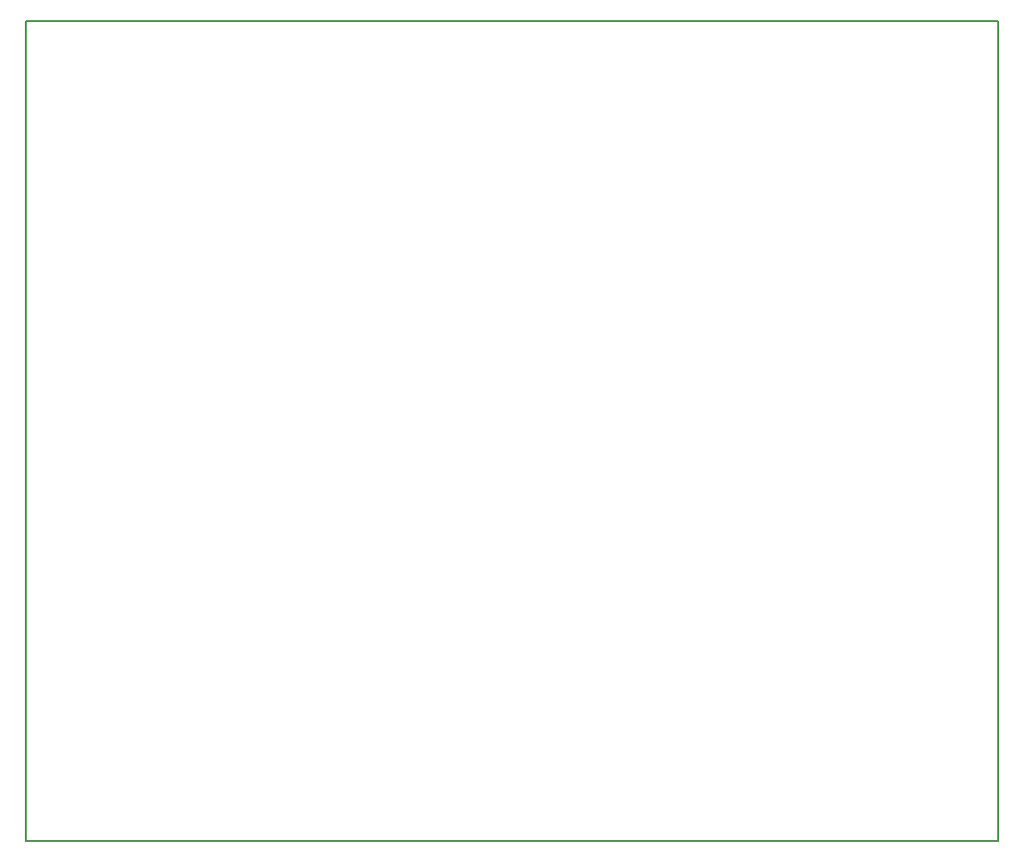
<source format=gbr>
%TF.GenerationSoftware,KiCad,Pcbnew,9.0.7*%
%TF.CreationDate,2026-02-09T02:17:27+09:00*%
%TF.ProjectId,LEFT_Parade,4c454654-5f50-4617-9261-64652e6b6963,rev?*%
%TF.SameCoordinates,Original*%
%TF.FileFunction,Profile,NP*%
%FSLAX46Y46*%
G04 Gerber Fmt 4.6, Leading zero omitted, Abs format (unit mm)*
G04 Created by KiCad (PCBNEW 9.0.7) date 2026-02-09 02:17:27*
%MOMM*%
%LPD*%
G01*
G04 APERTURE LIST*
%TA.AperFunction,Profile*%
%ADD10C,0.200000*%
%TD*%
G04 APERTURE END LIST*
D10*
X41000000Y-33000000D02*
X127000000Y-33000000D01*
X127000000Y-105500000D01*
X41000000Y-105500000D01*
X41000000Y-33000000D01*
M02*

</source>
